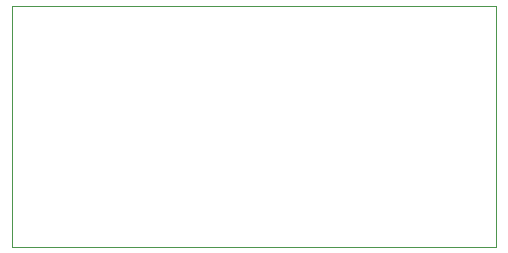
<source format=gm1>
G04 #@! TF.GenerationSoftware,KiCad,Pcbnew,(5.1.0)-1*
G04 #@! TF.CreationDate,2019-06-20T12:19:29-04:00*
G04 #@! TF.ProjectId,HD15-to-SCART,48443135-2d74-46f2-9d53-434152542e6b,rev?*
G04 #@! TF.SameCoordinates,Original*
G04 #@! TF.FileFunction,Profile,NP*
%FSLAX46Y46*%
G04 Gerber Fmt 4.6, Leading zero omitted, Abs format (unit mm)*
G04 Created by KiCad (PCBNEW (5.1.0)-1) date 2019-06-20 12:19:29*
%MOMM*%
%LPD*%
G04 APERTURE LIST*
%ADD10C,0.050000*%
G04 APERTURE END LIST*
D10*
X174150000Y-75750000D02*
X174150000Y-55375000D01*
X133225000Y-75750000D02*
X174150000Y-75750000D01*
X133225000Y-55375000D02*
X174150000Y-55375000D01*
X133225000Y-75750000D02*
X133225000Y-55375000D01*
M02*

</source>
